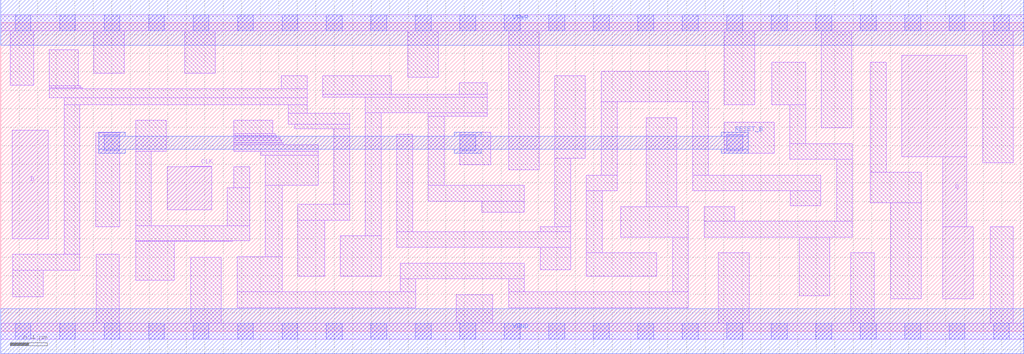
<source format=lef>
# Copyright 2020 The SkyWater PDK Authors
#
# Licensed under the Apache License, Version 2.0 (the "License");
# you may not use this file except in compliance with the License.
# You may obtain a copy of the License at
#
#     https://www.apache.org/licenses/LICENSE-2.0
#
# Unless required by applicable law or agreed to in writing, software
# distributed under the License is distributed on an "AS IS" BASIS,
# WITHOUT WARRANTIES OR CONDITIONS OF ANY KIND, either express or implied.
# See the License for the specific language governing permissions and
# limitations under the License.
#
# SPDX-License-Identifier: Apache-2.0

VERSION 5.7 ;
  NOWIREEXTENSIONATPIN ON ;
  DIVIDERCHAR "/" ;
  BUSBITCHARS "[]" ;
UNITS
  DATABASE MICRONS 200 ;
END UNITS
MACRO sky130_fd_sc_ms__dfrtp_1
  CLASS CORE ;
  FOREIGN sky130_fd_sc_ms__dfrtp_1 ;
  ORIGIN  0.000000  0.000000 ;
  SIZE  11.04000 BY  3.330000 ;
  SYMMETRY X Y R90 ;
  SITE unit ;
  PIN D
    ANTENNAGATEAREA  0.138600 ;
    DIRECTION INPUT ;
    USE SIGNAL ;
    PORT
      LAYER li1 ;
        RECT 0.125000 1.000000 0.515000 2.170000 ;
    END
  END D
  PIN Q
    ANTENNADIFFAREA  0.574900 ;
    DIRECTION OUTPUT ;
    USE SIGNAL ;
    PORT
      LAYER li1 ;
        RECT  9.725000 1.885000 10.425000 2.980000 ;
        RECT 10.165000 0.350000 10.495000 1.130000 ;
        RECT 10.165000 1.130000 10.425000 1.885000 ;
    END
  END Q
  PIN RESET_B
    ANTENNAGATEAREA  0.415800 ;
    DIRECTION INPUT ;
    USE SIGNAL ;
    PORT
      LAYER met1 ;
        RECT 1.055000 1.920000 1.345000 1.965000 ;
        RECT 1.055000 1.965000 8.065000 2.105000 ;
        RECT 1.055000 2.105000 1.345000 2.150000 ;
        RECT 4.895000 1.920000 5.185000 1.965000 ;
        RECT 4.895000 2.105000 5.185000 2.150000 ;
        RECT 7.775000 1.920000 8.065000 1.965000 ;
        RECT 7.775000 2.105000 8.065000 2.150000 ;
    END
  END RESET_B
  PIN CLK
    ANTENNAGATEAREA  0.312600 ;
    DIRECTION INPUT ;
    USE CLOCK ;
    PORT
      LAYER li1 ;
        RECT 1.795000 1.310000 2.275000 1.775000 ;
        RECT 2.045000 1.775000 2.275000 1.780000 ;
    END
  END CLK
  PIN VGND
    DIRECTION INOUT ;
    USE GROUND ;
    PORT
      LAYER met1 ;
        RECT 0.000000 -0.245000 11.040000 0.245000 ;
    END
  END VGND
  PIN VPWR
    DIRECTION INOUT ;
    USE POWER ;
    PORT
      LAYER met1 ;
        RECT 0.000000 3.085000 11.040000 3.575000 ;
    END
  END VPWR
  OBS
    LAYER li1 ;
      RECT  0.000000 -0.085000 11.040000 0.085000 ;
      RECT  0.000000  3.245000 11.040000 3.415000 ;
      RECT  0.105000  2.655000  0.355000 3.245000 ;
      RECT  0.130000  0.370000  0.460000 0.660000 ;
      RECT  0.130000  0.660000  0.855000 0.830000 ;
      RECT  0.525000  2.520000  3.305000 2.615000 ;
      RECT  0.525000  2.615000  0.885000 2.625000 ;
      RECT  0.525000  2.625000  0.865000 2.650000 ;
      RECT  0.525000  2.650000  0.835000 3.035000 ;
      RECT  0.685000  0.830000  0.855000 2.445000 ;
      RECT  0.685000  2.445000  3.305000 2.520000 ;
      RECT  1.005000  2.785000  1.335000 3.245000 ;
      RECT  1.025000  1.130000  1.285000 2.140000 ;
      RECT  1.030000  0.085000  1.280000 0.830000 ;
      RECT  1.455000  0.550000  1.870000 0.970000 ;
      RECT  1.455000  0.970000  2.500000 0.975000 ;
      RECT  1.455000  0.975000  2.685000 1.140000 ;
      RECT  1.455000  1.140000  1.625000 1.945000 ;
      RECT  1.455000  1.945000  1.785000 2.275000 ;
      RECT  1.985000  2.785000  2.315000 3.245000 ;
      RECT  2.050000  0.085000  2.380000 0.800000 ;
      RECT  2.445000  1.140000  2.685000 1.550000 ;
      RECT  2.515000  1.550000  2.685000 1.775000 ;
      RECT  2.515000  1.945000  3.425000 2.015000 ;
      RECT  2.515000  2.015000  3.050000 2.035000 ;
      RECT  2.515000  2.035000  3.030000 2.060000 ;
      RECT  2.515000  2.060000  3.015000 2.090000 ;
      RECT  2.515000  2.090000  2.980000 2.110000 ;
      RECT  2.515000  2.110000  2.960000 2.130000 ;
      RECT  2.515000  2.130000  2.935000 2.275000 ;
      RECT  2.550000  0.255000  4.480000 0.425000 ;
      RECT  2.550000  0.425000  3.035000 0.805000 ;
      RECT  2.805000  1.900000  3.425000 1.945000 ;
      RECT  2.855000  0.805000  3.035000 1.575000 ;
      RECT  2.855000  1.575000  3.425000 1.900000 ;
      RECT  3.025000  2.615000  3.305000 2.755000 ;
      RECT  3.105000  2.235000  3.765000 2.355000 ;
      RECT  3.105000  2.355000  3.305000 2.445000 ;
      RECT  3.170000  2.185000  3.765000 2.235000 ;
      RECT  3.205000  0.595000  3.495000 1.200000 ;
      RECT  3.205000  1.200000  3.765000 1.370000 ;
      RECT  3.475000  2.525000  5.250000 2.560000 ;
      RECT  3.475000  2.560000  4.215000 2.755000 ;
      RECT  3.595000  1.370000  3.765000 2.185000 ;
      RECT  3.665000  0.595000  4.105000 1.030000 ;
      RECT  3.935000  1.030000  4.105000 2.360000 ;
      RECT  3.935000  2.360000  5.250000 2.525000 ;
      RECT  4.275000  0.905000  6.150000 1.075000 ;
      RECT  4.275000  1.075000  4.445000 2.125000 ;
      RECT  4.310000  0.425000  4.480000 0.565000 ;
      RECT  4.310000  0.565000  5.650000 0.735000 ;
      RECT  4.390000  2.740000  4.720000 3.245000 ;
      RECT  4.615000  1.405000  5.650000 1.575000 ;
      RECT  4.615000  1.575000  4.785000 2.320000 ;
      RECT  4.615000  2.320000  5.250000 2.360000 ;
      RECT  4.915000  0.085000  5.310000 0.395000 ;
      RECT  4.950000  2.560000  5.250000 2.680000 ;
      RECT  4.955000  1.795000  5.285000 2.150000 ;
      RECT  5.190000  1.285000  5.650000 1.405000 ;
      RECT  5.480000  0.255000  7.420000 0.425000 ;
      RECT  5.480000  0.425000  5.650000 0.565000 ;
      RECT  5.480000  1.745000  5.810000 3.245000 ;
      RECT  5.820000  0.665000  6.150000 0.905000 ;
      RECT  5.820000  1.075000  6.150000 1.130000 ;
      RECT  5.980000  1.130000  6.150000 1.865000 ;
      RECT  5.980000  1.865000  6.310000 2.755000 ;
      RECT  6.320000  0.595000  7.080000 0.845000 ;
      RECT  6.320000  0.845000  6.490000 1.515000 ;
      RECT  6.320000  1.515000  6.650000 1.685000 ;
      RECT  6.480000  1.685000  6.650000 2.475000 ;
      RECT  6.480000  2.475000  7.635000 2.805000 ;
      RECT  6.690000  1.015000  7.420000 1.345000 ;
      RECT  6.965000  1.345000  7.295000 2.305000 ;
      RECT  7.250000  0.425000  7.420000 1.015000 ;
      RECT  7.465000  1.515000  8.850000 1.685000 ;
      RECT  7.465000  1.685000  7.635000 2.475000 ;
      RECT  7.590000  1.015000  9.190000 1.185000 ;
      RECT  7.590000  1.185000  7.920000 1.345000 ;
      RECT  7.745000  0.085000  8.075000 0.845000 ;
      RECT  7.805000  1.920000  8.345000 2.255000 ;
      RECT  7.805000  2.445000  8.135000 3.245000 ;
      RECT  8.320000  2.445000  8.685000 2.905000 ;
      RECT  8.515000  1.855000  9.190000 2.025000 ;
      RECT  8.515000  2.025000  8.685000 2.445000 ;
      RECT  8.520000  1.355000  8.850000 1.515000 ;
      RECT  8.615000  0.385000  8.945000 1.015000 ;
      RECT  8.855000  2.195000  9.185000 3.245000 ;
      RECT  9.020000  1.185000  9.190000 1.855000 ;
      RECT  9.175000  0.085000  9.425000 0.845000 ;
      RECT  9.385000  1.385000  9.935000 1.715000 ;
      RECT  9.385000  1.715000  9.555000 2.905000 ;
      RECT  9.605000  0.350000  9.935000 1.385000 ;
      RECT 10.595000  1.820000 10.925000 3.245000 ;
      RECT 10.675000  0.085000 10.925000 1.130000 ;
    LAYER mcon ;
      RECT  0.155000 -0.085000  0.325000 0.085000 ;
      RECT  0.155000  3.245000  0.325000 3.415000 ;
      RECT  0.635000 -0.085000  0.805000 0.085000 ;
      RECT  0.635000  3.245000  0.805000 3.415000 ;
      RECT  1.115000 -0.085000  1.285000 0.085000 ;
      RECT  1.115000  1.950000  1.285000 2.120000 ;
      RECT  1.115000  3.245000  1.285000 3.415000 ;
      RECT  1.595000 -0.085000  1.765000 0.085000 ;
      RECT  1.595000  3.245000  1.765000 3.415000 ;
      RECT  2.075000 -0.085000  2.245000 0.085000 ;
      RECT  2.075000  3.245000  2.245000 3.415000 ;
      RECT  2.555000 -0.085000  2.725000 0.085000 ;
      RECT  2.555000  3.245000  2.725000 3.415000 ;
      RECT  3.035000 -0.085000  3.205000 0.085000 ;
      RECT  3.035000  3.245000  3.205000 3.415000 ;
      RECT  3.515000 -0.085000  3.685000 0.085000 ;
      RECT  3.515000  3.245000  3.685000 3.415000 ;
      RECT  3.995000 -0.085000  4.165000 0.085000 ;
      RECT  3.995000  3.245000  4.165000 3.415000 ;
      RECT  4.475000 -0.085000  4.645000 0.085000 ;
      RECT  4.475000  3.245000  4.645000 3.415000 ;
      RECT  4.955000 -0.085000  5.125000 0.085000 ;
      RECT  4.955000  1.950000  5.125000 2.120000 ;
      RECT  4.955000  3.245000  5.125000 3.415000 ;
      RECT  5.435000 -0.085000  5.605000 0.085000 ;
      RECT  5.435000  3.245000  5.605000 3.415000 ;
      RECT  5.915000 -0.085000  6.085000 0.085000 ;
      RECT  5.915000  3.245000  6.085000 3.415000 ;
      RECT  6.395000 -0.085000  6.565000 0.085000 ;
      RECT  6.395000  3.245000  6.565000 3.415000 ;
      RECT  6.875000 -0.085000  7.045000 0.085000 ;
      RECT  6.875000  3.245000  7.045000 3.415000 ;
      RECT  7.355000 -0.085000  7.525000 0.085000 ;
      RECT  7.355000  3.245000  7.525000 3.415000 ;
      RECT  7.835000 -0.085000  8.005000 0.085000 ;
      RECT  7.835000  1.950000  8.005000 2.120000 ;
      RECT  7.835000  3.245000  8.005000 3.415000 ;
      RECT  8.315000 -0.085000  8.485000 0.085000 ;
      RECT  8.315000  3.245000  8.485000 3.415000 ;
      RECT  8.795000 -0.085000  8.965000 0.085000 ;
      RECT  8.795000  3.245000  8.965000 3.415000 ;
      RECT  9.275000 -0.085000  9.445000 0.085000 ;
      RECT  9.275000  3.245000  9.445000 3.415000 ;
      RECT  9.755000 -0.085000  9.925000 0.085000 ;
      RECT  9.755000  3.245000  9.925000 3.415000 ;
      RECT 10.235000 -0.085000 10.405000 0.085000 ;
      RECT 10.235000  3.245000 10.405000 3.415000 ;
      RECT 10.715000 -0.085000 10.885000 0.085000 ;
      RECT 10.715000  3.245000 10.885000 3.415000 ;
  END
END sky130_fd_sc_ms__dfrtp_1
END LIBRARY

</source>
